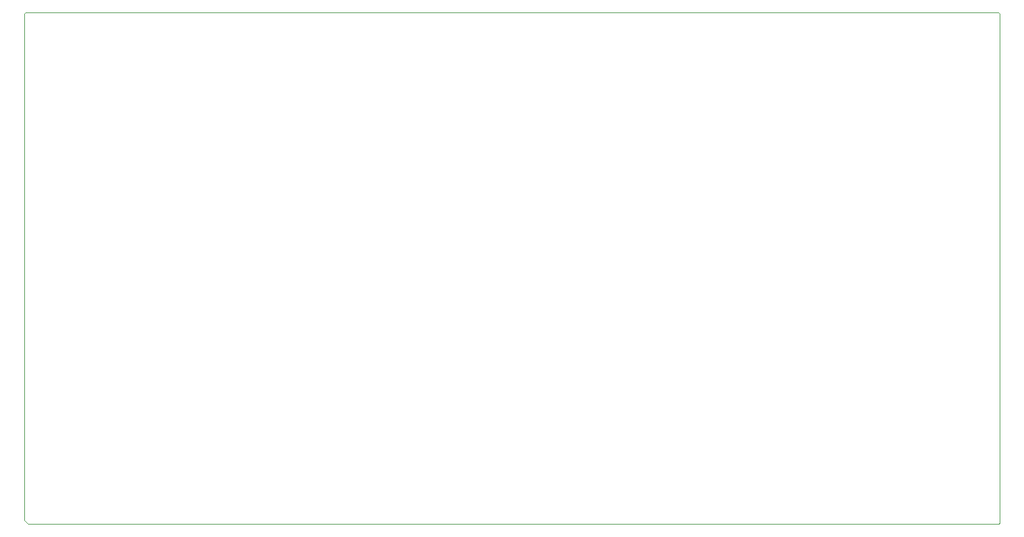
<source format=gbr>
%TF.GenerationSoftware,Altium Limited,Altium Designer,24.9.1 (31)*%
G04 Layer_Color=0*
%FSLAX45Y45*%
%MOMM*%
%TF.SameCoordinates,90D1A1F6-6801-43AA-A97B-90F854C06351*%
%TF.FilePolarity,Positive*%
%TF.FileFunction,Profile,NP*%
%TF.Part,Single*%
G01*
G75*
%TA.AperFunction,Profile*%
%ADD39C,0.02540*%
D39*
X3100000Y2650000D02*
Y9535121D01*
X3114879Y9550000D01*
X16335121D01*
X16350000Y9535121D01*
Y2614879D01*
X16335121Y2600000D01*
X3150000D01*
X3100000Y2650000D01*
%TF.MD5,412fc156e3c1015f14f5d4486dd0977b*%
M02*

</source>
